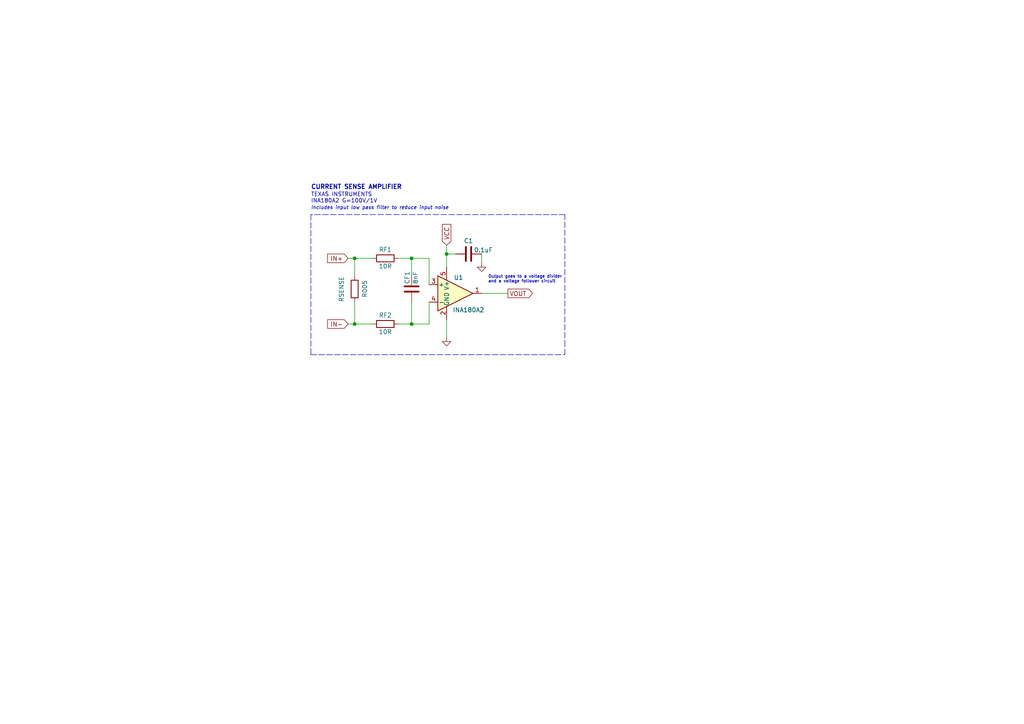
<source format=kicad_sch>
(kicad_sch (version 20211123) (generator eeschema)
  (paper "A4")
  (lib_symbols
    (symbol "Amplifier_Current:INA180A2" (pin_names (offset 0.127))
      (property "Reference" "U" (at 3.81 3.81 0))
      (property "Value" "INA180A2" (at 3.81 -2.54 0))
      (symbol "INA180A2_0_1"
        (polyline (pts (xy 5.08 0) (xy -5.08 5.08) (xy -5.08 -5.08) (xy 5.08 0)) (stroke (width 0.254)) (fill (type background)))
      )
      (symbol "INA180A2_1_1"
        (pin output line (at 7.62 0 180) (length 2.54) (name "~") (number "1"))
        (pin power_in line (at -2.54 -7.62 90) (length 3.81) (name "GND") (number "2"))
        (pin input line (at -7.62 2.54 0) (length 2.54) (name "+") (number "3"))
        (pin input line (at -7.62 -2.54 0) (length 2.54) (name "-") (number "4"))
        (pin power_in line (at -2.54 7.62 270) (length 3.81) (name "V+") (number "5"))
      )
    )
    (symbol "Device:C" (pin_numbers hide) (pin_names (offset 0.254))
      (property "Reference" "C" (at 0.635 2.54 0))
      (property "Value" "C" (at 0.635 -2.54 0))
      (symbol "C_0_1"
        (polyline (pts (xy -2.032 -0.762) (xy 2.032 -0.762)) (stroke (width 0.508)))
        (polyline (pts (xy -2.032 0.762) (xy 2.032 0.762)) (stroke (width 0.508)))
      )
      (symbol "C_1_1"
        (pin passive line (at 0 3.81 270) (length 2.794) (name "~") (number "1"))
        (pin passive line (at 0 -3.81 90) (length 2.794) (name "~") (number "2"))
      )
    )
    (symbol "Device:R" (pin_numbers hide) (pin_names (offset 0))
      (property "Reference" "R" (at 2.032 0 90))
      (property "Value" "R" (at 0 0 90))
      (symbol "R_0_1"
        (rectangle (start -1.016 -2.54) (end 1.016 2.54) (stroke (width 0.254)))
      )
      (symbol "R_1_1"
        (pin passive line (at 0 3.81 270) (length 1.27) (name "~") (number "1"))
        (pin passive line (at 0 -3.81 90) (length 1.27) (name "~") (number "2"))
      )
    )
    (symbol "power:GND" (power) (pin_names (offset 0))
      (property "Value" "GND" (at 0 -3.81 0))
      (symbol "GND_0_1"
        (polyline (pts (xy 0 0) (xy 0 -1.27) (xy 1.27 -1.27) (xy 0 -2.54) (xy -1.27 -1.27) (xy 0 -1.27)))
      )
      (symbol "GND_1_1"
        (pin power_in line (at 0 0 270) (length 0) hide (name "GND") (number "1"))
      )
    )
  )
  (junction (at 119.38 74.93))
  (junction (at 102.87 93.98))
  (junction (at 102.87 74.93))
  (junction (at 119.38 93.98))
  (junction (at 129.54 73.66))
  (polyline (pts (xy 90.17 102.87) (xy 163.83 102.87)))
  (wire (pts (xy 129.54 92.71) (xy 129.54 97.79)))
  (polyline (pts (xy 163.83 100.33) (xy 163.83 62.23)))
  (wire (pts (xy 119.38 74.93) (xy 124.46 74.93)))
  (wire (pts (xy 102.87 93.98) (xy 100.9396 93.98)))
  (wire (pts (xy 129.54 73.66) (xy 132.08 73.66)))
  (wire (pts (xy 102.87 74.93) (xy 102.87 80.01)))
  (wire (pts (xy 100.9396 74.93) (xy 102.87 74.93)))
  (wire (pts (xy 115.57 93.98) (xy 119.38 93.98)))
  (polyline (pts (xy 163.83 102.87) (xy 163.83 100.33)))
  (wire (pts (xy 129.54 71.12) (xy 129.54 73.66)))
  (wire (pts (xy 119.38 87.63) (xy 119.38 93.98)))
  (wire (pts (xy 115.57 74.93) (xy 119.38 74.93)))
  (wire (pts (xy 107.95 93.98) (xy 102.87 93.98)))
  (wire (pts (xy 124.46 74.93) (xy 124.46 82.55)))
  (wire (pts (xy 119.38 93.98) (xy 124.46 93.98)))
  (polyline (pts (xy 163.83 62.23) (xy 90.17 62.23)))
  (wire (pts (xy 139.7 85.09) (xy 147.32 85.09)))
  (wire (pts (xy 102.87 74.93) (xy 107.95 74.93)))
  (polyline (pts (xy 90.17 62.23) (xy 90.17 102.87)))
  (wire (pts (xy 119.38 74.93) (xy 119.38 80.01)))
  (wire (pts (xy 139.7 76.2) (xy 139.7 73.66)))
  (wire (pts (xy 129.54 73.66) (xy 129.54 77.47)))
  (wire (pts (xy 124.46 93.98) (xy 124.46 87.63)))
  (wire (pts (xy 102.87 87.63) (xy 102.87 93.98)))
  (text "TEXAS INSTRUMENTS \nINA180A2 G=100V/1V" (at 90.17 59.055 0) (effects (font (size 1.15 1.15)) (justify left bottom)))
  (text "CURRENT SENSE AMPLIFIER\n" (at 90.17 55.118 0) (effects (font (size 1.27 1.27) (thickness 0.254) bold) (justify left bottom)))
  (text "Includes input low pass filter to reduce input noise" (at 90.17 60.96 0) (effects (font (size 1 1) italic) (justify left bottom)))
  (text "Output goes to a voltage divider\nand a voltage follower circuit" (at 141.5796 82.1944 0) (effects (font (size 0.85 0.85)) (justify left bottom)))
  (global_label "VOUT" (shape output) (at 147.32 85.09 0) (property "Intersheet References" "${INTERSHEET_REFS}" (effects hide)))
  (global_label "IN+" (shape input) (at 100.9396 74.93 180) (property "Referencias entre hojas" "${INTERSHEET_REFS}" (effects hide)))
  (global_label "IN-" (shape input) (at 100.9396 93.98 180) (property "Referencias entre hojas" "${INTERSHEET_REFS}" (effects hide)))
  (global_label "VCC" (shape input) (at 129.54 71.12 90) (effects (font italic)) (property "Referencias entre hojas" "${INTERSHEET_REFS}" (effects hide)))
  (symbol (lib_id "Device:C") (at 135.89 73.66 90) (unit 1)
    (property "Reference" "C1" (at 135.89 69.85 90))
    (property "Value" "0.1uF" (at 140.208 72.517 90))
    (property "Footprint" "Capacitor_SMD:C_0603_1608Metric" (effects hide))
  )
  (symbol (lib_id "Device:R") (at 111.76 93.98 270) (unit 1)
    (property "Reference" "RF2" (at 111.76 91.44 90))
    (property "Value" "10R" (at 111.76 96.266 90))
    (property "Footprint" "Resistor_SMD:R_0603_1608Metric" (effects hide))
  )
  (symbol (lib_id "power:GND") (at 129.54 97.79 0) (unit 1)
    (property "Reference" "#PWR?" (effects hide))
    (property "Value" "GND" (effects hide))
  )
  (symbol (lib_id "Device:C") (at 119.38 83.82 0) (unit 1)
    (property "Reference" "CF1" (at 118.11 82.423 90) (effects (justify left)))
    (property "Value" "8nF" (at 120.523 82.423 90) (effects (justify left)))
    (property "Footprint" "Capacitor_SMD:C_0603_1608Metric" (effects hide))
  )
  (symbol (lib_id "Amplifier_Current:INA180A2") (at 132.08 85.09 0) (unit 1)
    (property "Reference" "U1" (at 133 80.5 0))
    (property "Value" "INA180A2" (at 135.89 89.9 0))
    (property "Footprint" "Package_TO_SOT_SMD:SOT-23-5" (effects hide))
    (property "Datasheet" "http://www.ti.com/lit/ds/symlink/ina180.pdf" (effects hide))
  )
  (symbol (lib_id "Device:R") (at 102.87 83.82 0) (unit 1)
    (property "Reference" "RSENSE" (at 99.06 87.63 90) (effects (justify left)))
    (property "Value" "R005" (at 105.791 86.36 90) (effects (justify left)))
    (property "Footprint" "Resistor_SMD:R_2512_6332Metric" (effects hide))
  )
  (symbol (lib_id "Device:R") (at 111.76 74.93 270) (unit 1)
    (property "Reference" "RF1" (at 111.76 72.39 90))
    (property "Value" "10R" (at 111.76 77.216 90))
    (property "Footprint" "Resistor_SMD:R_0603_1608Metric" (effects hide))
  )
  (symbol (lib_id "power:GND") (at 139.7 76.2 0) (unit 1)
    (property "Reference" "#PWR?" (effects hide))
    (property "Value" "GND" (effects hide))
  )
)
</source>
